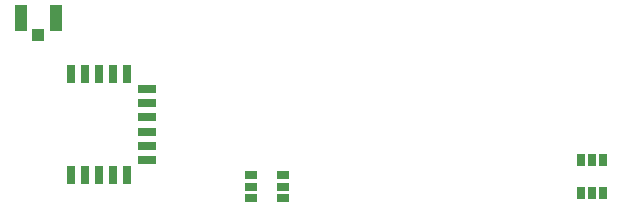
<source format=gbp>
G04*
G04 #@! TF.GenerationSoftware,Altium Limited,Altium Designer,18.1.9 (240)*
G04*
G04 Layer_Color=128*
%FSAX25Y25*%
%MOIN*%
G70*
G01*
G75*
%ADD24R,0.04134X0.08661*%
%ADD25R,0.03937X0.03937*%
%ADD130R,0.02756X0.03937*%
%ADD131R,0.02756X0.05906*%
%ADD132R,0.05906X0.02756*%
%ADD133R,0.03937X0.02756*%
D24*
X0111161Y0193563D02*
D03*
X0122776D02*
D03*
D25*
X0116969Y0187657D02*
D03*
D130*
X0297677Y0146016D02*
D03*
X0301417Y0146016D02*
D03*
X0305157Y0146016D02*
D03*
Y0135189D02*
D03*
X0301417D02*
D03*
X0297677D02*
D03*
D131*
X0127717Y0174650D02*
D03*
X0132441D02*
D03*
X0137165D02*
D03*
X0141890D02*
D03*
X0146614D02*
D03*
Y0141185D02*
D03*
X0141890D02*
D03*
X0137165D02*
D03*
X0132441D02*
D03*
X0127717D02*
D03*
D132*
X0153110Y0169728D02*
D03*
Y0165004D02*
D03*
Y0160280D02*
D03*
Y0155555D02*
D03*
Y0150831D02*
D03*
Y0146106D02*
D03*
D133*
X0198602Y0133437D02*
D03*
Y0137177D02*
D03*
Y0140917D02*
D03*
X0187776D02*
D03*
Y0137177D02*
D03*
Y0133437D02*
D03*
M02*

</source>
